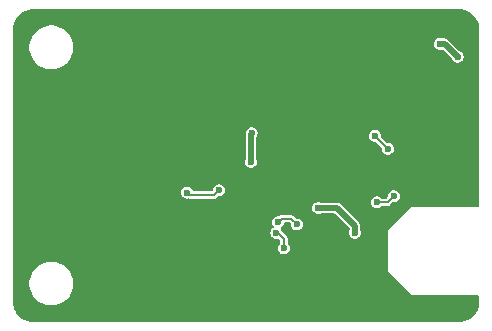
<source format=gbr>
G04 #@! TF.GenerationSoftware,KiCad,Pcbnew,8.0.2*
G04 #@! TF.CreationDate,2024-05-05T20:12:27+02:00*
G04 #@! TF.ProjectId,sensor_board_voc_temp,73656e73-6f72-45f6-926f-6172645f766f,A*
G04 #@! TF.SameCoordinates,Original*
G04 #@! TF.FileFunction,Copper,L2,Bot*
G04 #@! TF.FilePolarity,Positive*
%FSLAX46Y46*%
G04 Gerber Fmt 4.6, Leading zero omitted, Abs format (unit mm)*
G04 Created by KiCad (PCBNEW 8.0.2) date 2024-05-05 20:12:27*
%MOMM*%
%LPD*%
G01*
G04 APERTURE LIST*
G04 #@! TA.AperFunction,ViaPad*
%ADD10C,0.600000*%
G04 #@! TD*
G04 #@! TA.AperFunction,Conductor*
%ADD11C,0.500000*%
G04 #@! TD*
G04 #@! TA.AperFunction,Conductor*
%ADD12C,0.200000*%
G04 #@! TD*
G04 APERTURE END LIST*
D10*
X50471428Y-40767915D03*
X59200000Y-49200000D03*
X60900000Y-41000000D03*
X66400000Y-33200000D03*
X50400000Y-43200000D03*
X67900000Y-34300000D03*
X62000000Y-42100000D03*
X56100000Y-47100000D03*
X48700000Y-45400000D03*
X36000000Y-46000000D03*
X44000000Y-47000000D03*
X41100000Y-48100000D03*
X42200000Y-38900000D03*
X45100000Y-43600000D03*
X44200000Y-38700000D03*
X60500000Y-47800000D03*
X63000000Y-41500000D03*
X40000000Y-43300000D03*
X50600000Y-38900000D03*
X50400000Y-47100000D03*
X63500000Y-40500000D03*
X43900000Y-48400000D03*
X42000000Y-47000000D03*
X46500000Y-47600000D03*
X62700000Y-37000000D03*
X52400000Y-46900000D03*
X47300000Y-47600000D03*
X52400000Y-51400000D03*
X62100000Y-48000000D03*
X43000000Y-47000000D03*
X36000000Y-42000000D03*
X53500000Y-42000000D03*
X59500000Y-42000000D03*
X60000000Y-49500000D03*
X60500000Y-54000000D03*
X40000000Y-42300000D03*
X40500000Y-45000000D03*
X61800000Y-37000000D03*
X36000000Y-43000000D03*
X58500000Y-42000000D03*
X36000000Y-45000000D03*
X36000000Y-44000000D03*
X41100000Y-41900000D03*
X44700000Y-50200000D03*
X54500000Y-42000000D03*
X62000000Y-45200000D03*
X43900000Y-49400000D03*
X54900000Y-47900000D03*
X68000000Y-38000000D03*
X48800000Y-49900000D03*
X46500000Y-44900000D03*
X42000000Y-43000000D03*
X55900000Y-43800000D03*
X67000000Y-38000000D03*
X57000000Y-49000000D03*
X60500000Y-42000000D03*
X41600000Y-45000000D03*
X55500000Y-42000000D03*
X45000000Y-46600000D03*
X63324265Y-46124265D03*
X47800000Y-32100000D03*
X43000000Y-43000000D03*
X44000000Y-43000000D03*
X54300000Y-48500000D03*
X52700000Y-48300000D03*
X52550000Y-49201471D03*
X53200000Y-50500000D03*
X61075735Y-46624265D03*
X62500000Y-46100000D03*
X45000000Y-45800000D03*
X47700000Y-45600000D03*
D11*
X56100000Y-47100000D02*
X57700000Y-47100000D01*
X50400000Y-40839343D02*
X50400000Y-43200000D01*
X66800000Y-33200000D02*
X66400000Y-33200000D01*
D12*
X62000000Y-42100000D02*
X60900000Y-41000000D01*
D11*
X59200000Y-48600000D02*
X59200000Y-49200000D01*
X50471428Y-40767915D02*
X50400000Y-40839343D01*
X57700000Y-47100000D02*
X59200000Y-48600000D01*
X67900000Y-34300000D02*
X66800000Y-33200000D01*
D12*
X53000000Y-48000000D02*
X52700000Y-48300000D01*
X53800000Y-48000000D02*
X53000000Y-48000000D01*
X54300000Y-48500000D02*
X53800000Y-48000000D01*
X53200000Y-49700000D02*
X52701471Y-49201471D01*
X53200000Y-50500000D02*
X53200000Y-49700000D01*
X52701471Y-49201471D02*
X52550000Y-49201471D01*
X61075735Y-46624265D02*
X61975735Y-46624265D01*
X61975735Y-46624265D02*
X62500000Y-46100000D01*
X47300000Y-46000000D02*
X45200000Y-46000000D01*
X47700000Y-45600000D02*
X47300000Y-46000000D01*
X45200000Y-46000000D02*
X45000000Y-45800000D01*
G04 #@! TA.AperFunction,Conductor*
G36*
X68004418Y-30250816D02*
G01*
X68240140Y-30267674D01*
X68257641Y-30270191D01*
X68484229Y-30319482D01*
X68501188Y-30324461D01*
X68638672Y-30375740D01*
X68718462Y-30405501D01*
X68734555Y-30412851D01*
X68938068Y-30523977D01*
X68952951Y-30533542D01*
X69138579Y-30672501D01*
X69151950Y-30684087D01*
X69315912Y-30848049D01*
X69327498Y-30861420D01*
X69466457Y-31047048D01*
X69476022Y-31061931D01*
X69587148Y-31265444D01*
X69594498Y-31281537D01*
X69675535Y-31498803D01*
X69680519Y-31515779D01*
X69729807Y-31742352D01*
X69732325Y-31759864D01*
X69749184Y-31995581D01*
X69749500Y-32004427D01*
X69749500Y-46876000D01*
X69729815Y-46943039D01*
X69677011Y-46988794D01*
X69625500Y-47000000D01*
X68564498Y-47000000D01*
X68558711Y-46999433D01*
X68518329Y-46999479D01*
X68506035Y-46998882D01*
X68474967Y-46995822D01*
X68462815Y-46997019D01*
X68462795Y-46996821D01*
X68444383Y-46999562D01*
X68057737Y-47000000D01*
X63999999Y-47000000D01*
X62000000Y-48999999D01*
X62000000Y-49000000D01*
X62000000Y-52500000D01*
X64000000Y-54500000D01*
X64235504Y-54500000D01*
X64241289Y-54500566D01*
X64250453Y-54500555D01*
X64250455Y-54500556D01*
X64281665Y-54500520D01*
X64293962Y-54501116D01*
X64325033Y-54504178D01*
X64325037Y-54504176D01*
X64337193Y-54502980D01*
X64337212Y-54503179D01*
X64355620Y-54500436D01*
X64742263Y-54500000D01*
X69625500Y-54500000D01*
X69692539Y-54519685D01*
X69738294Y-54572489D01*
X69749500Y-54624000D01*
X69749500Y-54995572D01*
X69749184Y-55004418D01*
X69732325Y-55240135D01*
X69729807Y-55257647D01*
X69680519Y-55484220D01*
X69675535Y-55501196D01*
X69594498Y-55718462D01*
X69587148Y-55734555D01*
X69476022Y-55938068D01*
X69466457Y-55952951D01*
X69327498Y-56138579D01*
X69315912Y-56151950D01*
X69151950Y-56315912D01*
X69138579Y-56327498D01*
X68952951Y-56466457D01*
X68938068Y-56476022D01*
X68734555Y-56587148D01*
X68718462Y-56594498D01*
X68501196Y-56675535D01*
X68484220Y-56680519D01*
X68257647Y-56729807D01*
X68240135Y-56732325D01*
X68004418Y-56749184D01*
X67995572Y-56749500D01*
X32004428Y-56749500D01*
X31995582Y-56749184D01*
X31759864Y-56732325D01*
X31742352Y-56729807D01*
X31515779Y-56680519D01*
X31498803Y-56675535D01*
X31281537Y-56594498D01*
X31265444Y-56587148D01*
X31061931Y-56476022D01*
X31047048Y-56466457D01*
X30861420Y-56327498D01*
X30848049Y-56315912D01*
X30684087Y-56151950D01*
X30672501Y-56138579D01*
X30533542Y-55952951D01*
X30523977Y-55938068D01*
X30412851Y-55734555D01*
X30405501Y-55718462D01*
X30375740Y-55638672D01*
X30324461Y-55501188D01*
X30319482Y-55484229D01*
X30270191Y-55257641D01*
X30267674Y-55240135D01*
X30262173Y-55163224D01*
X30250816Y-55004418D01*
X30250500Y-54995572D01*
X30250500Y-53378711D01*
X31649500Y-53378711D01*
X31649500Y-53621288D01*
X31681161Y-53861785D01*
X31743947Y-54096104D01*
X31836773Y-54320205D01*
X31836776Y-54320212D01*
X31958064Y-54530289D01*
X31958066Y-54530292D01*
X31958067Y-54530293D01*
X32105733Y-54722736D01*
X32105739Y-54722743D01*
X32277256Y-54894260D01*
X32277262Y-54894265D01*
X32469711Y-55041936D01*
X32679788Y-55163224D01*
X32903900Y-55256054D01*
X33138211Y-55318838D01*
X33318586Y-55342584D01*
X33378711Y-55350500D01*
X33378712Y-55350500D01*
X33621289Y-55350500D01*
X33669388Y-55344167D01*
X33861789Y-55318838D01*
X34096100Y-55256054D01*
X34320212Y-55163224D01*
X34530289Y-55041936D01*
X34722738Y-54894265D01*
X34894265Y-54722738D01*
X35041936Y-54530289D01*
X35163224Y-54320212D01*
X35256054Y-54096100D01*
X35318838Y-53861789D01*
X35350500Y-53621288D01*
X35350500Y-53378712D01*
X35318838Y-53138211D01*
X35256054Y-52903900D01*
X35163224Y-52679788D01*
X35041936Y-52469711D01*
X34894265Y-52277262D01*
X34894260Y-52277256D01*
X34722743Y-52105739D01*
X34722736Y-52105733D01*
X34530293Y-51958067D01*
X34530292Y-51958066D01*
X34530289Y-51958064D01*
X34320212Y-51836776D01*
X34320205Y-51836773D01*
X34096104Y-51743947D01*
X33861785Y-51681161D01*
X33621289Y-51649500D01*
X33621288Y-51649500D01*
X33378712Y-51649500D01*
X33378711Y-51649500D01*
X33138214Y-51681161D01*
X32903895Y-51743947D01*
X32679794Y-51836773D01*
X32679785Y-51836777D01*
X32469706Y-51958067D01*
X32277263Y-52105733D01*
X32277256Y-52105739D01*
X32105739Y-52277256D01*
X32105733Y-52277263D01*
X31958067Y-52469706D01*
X31836777Y-52679785D01*
X31836773Y-52679794D01*
X31743947Y-52903895D01*
X31681161Y-53138214D01*
X31649500Y-53378711D01*
X30250500Y-53378711D01*
X30250500Y-49201471D01*
X52044353Y-49201471D01*
X52064834Y-49343927D01*
X52117634Y-49459540D01*
X52124623Y-49474844D01*
X52218872Y-49583614D01*
X52339947Y-49661424D01*
X52339950Y-49661425D01*
X52339949Y-49661425D01*
X52428782Y-49687508D01*
X52473029Y-49700500D01*
X52478036Y-49701970D01*
X52478038Y-49701971D01*
X52478039Y-49701971D01*
X52621961Y-49701971D01*
X52671217Y-49687508D01*
X52741086Y-49687508D01*
X52793833Y-49718804D01*
X52863181Y-49788152D01*
X52896666Y-49849475D01*
X52899500Y-49875833D01*
X52899500Y-50036260D01*
X52879815Y-50103299D01*
X52869213Y-50117462D01*
X52774625Y-50226622D01*
X52774622Y-50226628D01*
X52714834Y-50357543D01*
X52694353Y-50500000D01*
X52714834Y-50642456D01*
X52774622Y-50773371D01*
X52774623Y-50773373D01*
X52868872Y-50882143D01*
X52989947Y-50959953D01*
X52989950Y-50959954D01*
X52989949Y-50959954D01*
X53128036Y-51000499D01*
X53128038Y-51000500D01*
X53128039Y-51000500D01*
X53271962Y-51000500D01*
X53271962Y-51000499D01*
X53410053Y-50959953D01*
X53531128Y-50882143D01*
X53625377Y-50773373D01*
X53685165Y-50642457D01*
X53705647Y-50500000D01*
X53685165Y-50357543D01*
X53625377Y-50226627D01*
X53625375Y-50226625D01*
X53625374Y-50226622D01*
X53530787Y-50117462D01*
X53501762Y-50053906D01*
X53500500Y-50036260D01*
X53500500Y-49660439D01*
X53480020Y-49584009D01*
X53480017Y-49584004D01*
X53440464Y-49515495D01*
X53440458Y-49515487D01*
X53072942Y-49147971D01*
X53039457Y-49086648D01*
X53037885Y-49077934D01*
X53035165Y-49059015D01*
X53034493Y-49057542D01*
X52975377Y-48928098D01*
X52975375Y-48928096D01*
X52975374Y-48928093D01*
X52952140Y-48901280D01*
X52923115Y-48837725D01*
X52933059Y-48768566D01*
X52978811Y-48715764D01*
X53031128Y-48682143D01*
X53125377Y-48573373D01*
X53185165Y-48442457D01*
X53190284Y-48406853D01*
X53219309Y-48343298D01*
X53278087Y-48305523D01*
X53313022Y-48300500D01*
X53624167Y-48300500D01*
X53691206Y-48320185D01*
X53711848Y-48336819D01*
X53760604Y-48385575D01*
X53794089Y-48446898D01*
X53795661Y-48490902D01*
X53794353Y-48499999D01*
X53814834Y-48642456D01*
X53848909Y-48717068D01*
X53874623Y-48773373D01*
X53968872Y-48882143D01*
X54089947Y-48959953D01*
X54089950Y-48959954D01*
X54089949Y-48959954D01*
X54163800Y-48981638D01*
X54226336Y-49000000D01*
X54228036Y-49000499D01*
X54228038Y-49000500D01*
X54228039Y-49000500D01*
X54371962Y-49000500D01*
X54371962Y-49000499D01*
X54510053Y-48959953D01*
X54631128Y-48882143D01*
X54725377Y-48773373D01*
X54785165Y-48642457D01*
X54805647Y-48500000D01*
X54785165Y-48357543D01*
X54725377Y-48226627D01*
X54631128Y-48117857D01*
X54510053Y-48040047D01*
X54510051Y-48040046D01*
X54510049Y-48040045D01*
X54510050Y-48040045D01*
X54371963Y-47999500D01*
X54371961Y-47999500D01*
X54275833Y-47999500D01*
X54208794Y-47979815D01*
X54188152Y-47963181D01*
X53984512Y-47759541D01*
X53984504Y-47759535D01*
X53915995Y-47719982D01*
X53915990Y-47719979D01*
X53890513Y-47713152D01*
X53839562Y-47699500D01*
X52960438Y-47699500D01*
X52922224Y-47709739D01*
X52884009Y-47719979D01*
X52884004Y-47719982D01*
X52815496Y-47759535D01*
X52815487Y-47759541D01*
X52811848Y-47763181D01*
X52750525Y-47796666D01*
X52724167Y-47799500D01*
X52628036Y-47799500D01*
X52489949Y-47840045D01*
X52368873Y-47917856D01*
X52274623Y-48026626D01*
X52274622Y-48026628D01*
X52214834Y-48157543D01*
X52194353Y-48300000D01*
X52214834Y-48442456D01*
X52274622Y-48573371D01*
X52274625Y-48573377D01*
X52297859Y-48600190D01*
X52326884Y-48663746D01*
X52316940Y-48732904D01*
X52271186Y-48785707D01*
X52218874Y-48819326D01*
X52124623Y-48928097D01*
X52124622Y-48928099D01*
X52064834Y-49059014D01*
X52044353Y-49201471D01*
X30250500Y-49201471D01*
X30250500Y-47100000D01*
X55594353Y-47100000D01*
X55614834Y-47242456D01*
X55674622Y-47373371D01*
X55674623Y-47373373D01*
X55768872Y-47482143D01*
X55889947Y-47559953D01*
X55889950Y-47559954D01*
X55889949Y-47559954D01*
X56028036Y-47600499D01*
X56028038Y-47600500D01*
X56028039Y-47600500D01*
X56171962Y-47600500D01*
X56171962Y-47600499D01*
X56224797Y-47584985D01*
X56318563Y-47557455D01*
X56318995Y-47558926D01*
X56357727Y-47550500D01*
X57462035Y-47550500D01*
X57529074Y-47570185D01*
X57549716Y-47586819D01*
X58713181Y-48750284D01*
X58746666Y-48811607D01*
X58749500Y-48837965D01*
X58749500Y-48954663D01*
X58738294Y-49006174D01*
X58714835Y-49057541D01*
X58714834Y-49057542D01*
X58694353Y-49200000D01*
X58714834Y-49342456D01*
X58774622Y-49473371D01*
X58774623Y-49473373D01*
X58868872Y-49582143D01*
X58989947Y-49659953D01*
X58989950Y-49659954D01*
X58989949Y-49659954D01*
X59128036Y-49700499D01*
X59128038Y-49700500D01*
X59128039Y-49700500D01*
X59271962Y-49700500D01*
X59271962Y-49700499D01*
X59405040Y-49661425D01*
X59410050Y-49659954D01*
X59410050Y-49659953D01*
X59410053Y-49659953D01*
X59531128Y-49582143D01*
X59625377Y-49473373D01*
X59685165Y-49342457D01*
X59705647Y-49200000D01*
X59685377Y-49059015D01*
X59685165Y-49057542D01*
X59685164Y-49057541D01*
X59661706Y-49006174D01*
X59650500Y-48954663D01*
X59650500Y-48540693D01*
X59650500Y-48540691D01*
X59619799Y-48426114D01*
X59580209Y-48357543D01*
X59560489Y-48323386D01*
X57976614Y-46739511D01*
X57925250Y-46709856D01*
X57873888Y-46680201D01*
X57861780Y-46676957D01*
X57849673Y-46673713D01*
X57849670Y-46673712D01*
X57811478Y-46663478D01*
X57759309Y-46649500D01*
X57759308Y-46649500D01*
X56357727Y-46649500D01*
X56318995Y-46641073D01*
X56318563Y-46642545D01*
X56256306Y-46624265D01*
X60570088Y-46624265D01*
X60590569Y-46766721D01*
X60617928Y-46826627D01*
X60650358Y-46897638D01*
X60744607Y-47006408D01*
X60865682Y-47084218D01*
X60865685Y-47084219D01*
X60865684Y-47084219D01*
X61003771Y-47124764D01*
X61003773Y-47124765D01*
X61003774Y-47124765D01*
X61147697Y-47124765D01*
X61147697Y-47124764D01*
X61285788Y-47084218D01*
X61406863Y-47006408D01*
X61440523Y-46967561D01*
X61499302Y-46929788D01*
X61534236Y-46924765D01*
X62015295Y-46924765D01*
X62015297Y-46924765D01*
X62091724Y-46904286D01*
X62160246Y-46864725D01*
X62216195Y-46808776D01*
X62388151Y-46636818D01*
X62449474Y-46603334D01*
X62475832Y-46600500D01*
X62571962Y-46600500D01*
X62571962Y-46600499D01*
X62710053Y-46559953D01*
X62831128Y-46482143D01*
X62925377Y-46373373D01*
X62985165Y-46242457D01*
X63005647Y-46100000D01*
X62985165Y-45957543D01*
X62925377Y-45826627D01*
X62831128Y-45717857D01*
X62710053Y-45640047D01*
X62710051Y-45640046D01*
X62710049Y-45640045D01*
X62710050Y-45640045D01*
X62571963Y-45599500D01*
X62571961Y-45599500D01*
X62428039Y-45599500D01*
X62428036Y-45599500D01*
X62289949Y-45640045D01*
X62168873Y-45717856D01*
X62074623Y-45826626D01*
X62074622Y-45826628D01*
X62014834Y-45957543D01*
X61994353Y-46100000D01*
X61995661Y-46109101D01*
X61985714Y-46178259D01*
X61960604Y-46214422D01*
X61887583Y-46287445D01*
X61826261Y-46320931D01*
X61799901Y-46323765D01*
X61534236Y-46323765D01*
X61467197Y-46304080D01*
X61440523Y-46280968D01*
X61406863Y-46242122D01*
X61285788Y-46164312D01*
X61285786Y-46164311D01*
X61285784Y-46164310D01*
X61285785Y-46164310D01*
X61147698Y-46123765D01*
X61147696Y-46123765D01*
X61003774Y-46123765D01*
X61003771Y-46123765D01*
X60865684Y-46164310D01*
X60744608Y-46242121D01*
X60650358Y-46350891D01*
X60650357Y-46350893D01*
X60590569Y-46481808D01*
X60570088Y-46624265D01*
X56256306Y-46624265D01*
X56171963Y-46599500D01*
X56171961Y-46599500D01*
X56028039Y-46599500D01*
X56028036Y-46599500D01*
X55889949Y-46640045D01*
X55768873Y-46717856D01*
X55674623Y-46826626D01*
X55674622Y-46826628D01*
X55614834Y-46957543D01*
X55594353Y-47100000D01*
X30250500Y-47100000D01*
X30250500Y-45800000D01*
X44494353Y-45800000D01*
X44514834Y-45942456D01*
X44532959Y-45982143D01*
X44574623Y-46073373D01*
X44668872Y-46182143D01*
X44789947Y-46259953D01*
X44789950Y-46259954D01*
X44789949Y-46259954D01*
X44897107Y-46291417D01*
X44919228Y-46297913D01*
X44928036Y-46300499D01*
X44928038Y-46300500D01*
X44928039Y-46300500D01*
X45071961Y-46300500D01*
X45080771Y-46297912D01*
X45147801Y-46297114D01*
X45160438Y-46300500D01*
X45160441Y-46300500D01*
X47339560Y-46300500D01*
X47339562Y-46300500D01*
X47415989Y-46280021D01*
X47484511Y-46240460D01*
X47540460Y-46184511D01*
X47561924Y-46163046D01*
X47588152Y-46136819D01*
X47649475Y-46103334D01*
X47675833Y-46100500D01*
X47771962Y-46100500D01*
X47771962Y-46100499D01*
X47910053Y-46059953D01*
X48031128Y-45982143D01*
X48125377Y-45873373D01*
X48185165Y-45742457D01*
X48205647Y-45600000D01*
X48185165Y-45457543D01*
X48125377Y-45326627D01*
X48031128Y-45217857D01*
X47910053Y-45140047D01*
X47910051Y-45140046D01*
X47910049Y-45140045D01*
X47910050Y-45140045D01*
X47771963Y-45099500D01*
X47771961Y-45099500D01*
X47628039Y-45099500D01*
X47628036Y-45099500D01*
X47489949Y-45140045D01*
X47368873Y-45217856D01*
X47274623Y-45326626D01*
X47274622Y-45326628D01*
X47214834Y-45457543D01*
X47195338Y-45593147D01*
X47166313Y-45656703D01*
X47107535Y-45694477D01*
X47072600Y-45699500D01*
X45584016Y-45699500D01*
X45516977Y-45679815D01*
X45471222Y-45627012D01*
X45425377Y-45526628D01*
X45425376Y-45526626D01*
X45331128Y-45417857D01*
X45210053Y-45340047D01*
X45210051Y-45340046D01*
X45210049Y-45340045D01*
X45210050Y-45340045D01*
X45071963Y-45299500D01*
X45071961Y-45299500D01*
X44928039Y-45299500D01*
X44928036Y-45299500D01*
X44789949Y-45340045D01*
X44668873Y-45417856D01*
X44574623Y-45526626D01*
X44574622Y-45526628D01*
X44514834Y-45657543D01*
X44494353Y-45800000D01*
X30250500Y-45800000D01*
X30250500Y-43200000D01*
X49894353Y-43200000D01*
X49914834Y-43342456D01*
X49974622Y-43473371D01*
X49974623Y-43473373D01*
X50068872Y-43582143D01*
X50189947Y-43659953D01*
X50189950Y-43659954D01*
X50189949Y-43659954D01*
X50328036Y-43700499D01*
X50328038Y-43700500D01*
X50328039Y-43700500D01*
X50471962Y-43700500D01*
X50471962Y-43700499D01*
X50610053Y-43659953D01*
X50731128Y-43582143D01*
X50825377Y-43473373D01*
X50885165Y-43342457D01*
X50905647Y-43200000D01*
X50885165Y-43057543D01*
X50882484Y-43051673D01*
X50861706Y-43006174D01*
X50850500Y-42954663D01*
X50850500Y-41140976D01*
X50870185Y-41073937D01*
X50880784Y-41059776D01*
X50896805Y-41041288D01*
X50915661Y-41000000D01*
X60394353Y-41000000D01*
X60414834Y-41142456D01*
X60474622Y-41273371D01*
X60474623Y-41273373D01*
X60568872Y-41382143D01*
X60689947Y-41459953D01*
X60689950Y-41459954D01*
X60689949Y-41459954D01*
X60797107Y-41491417D01*
X60825280Y-41499690D01*
X60828036Y-41500499D01*
X60828038Y-41500500D01*
X60924167Y-41500500D01*
X60991206Y-41520185D01*
X61011848Y-41536819D01*
X61460604Y-41985575D01*
X61494089Y-42046898D01*
X61495661Y-42090902D01*
X61494353Y-42099999D01*
X61514834Y-42242456D01*
X61574622Y-42373371D01*
X61574623Y-42373373D01*
X61668872Y-42482143D01*
X61789947Y-42559953D01*
X61789950Y-42559954D01*
X61789949Y-42559954D01*
X61928036Y-42600499D01*
X61928038Y-42600500D01*
X61928039Y-42600500D01*
X62071962Y-42600500D01*
X62071962Y-42600499D01*
X62210053Y-42559953D01*
X62331128Y-42482143D01*
X62425377Y-42373373D01*
X62485165Y-42242457D01*
X62505647Y-42100000D01*
X62485165Y-41957543D01*
X62425377Y-41826627D01*
X62331128Y-41717857D01*
X62210053Y-41640047D01*
X62210051Y-41640046D01*
X62210049Y-41640045D01*
X62210050Y-41640045D01*
X62071963Y-41599500D01*
X62071961Y-41599500D01*
X61975833Y-41599500D01*
X61908794Y-41579815D01*
X61888152Y-41563181D01*
X61439395Y-41114424D01*
X61405910Y-41053101D01*
X61404339Y-41009094D01*
X61405647Y-41000000D01*
X61385165Y-40857543D01*
X61325377Y-40726627D01*
X61231128Y-40617857D01*
X61110053Y-40540047D01*
X61110051Y-40540046D01*
X61110049Y-40540045D01*
X61110050Y-40540045D01*
X60971963Y-40499500D01*
X60971961Y-40499500D01*
X60828039Y-40499500D01*
X60828036Y-40499500D01*
X60689949Y-40540045D01*
X60568873Y-40617856D01*
X60474623Y-40726626D01*
X60474622Y-40726628D01*
X60414834Y-40857543D01*
X60394353Y-41000000D01*
X50915661Y-41000000D01*
X50956593Y-40910372D01*
X50977075Y-40767915D01*
X50956593Y-40625458D01*
X50896805Y-40494542D01*
X50802556Y-40385772D01*
X50681481Y-40307962D01*
X50681479Y-40307961D01*
X50681477Y-40307960D01*
X50681478Y-40307960D01*
X50543391Y-40267415D01*
X50543389Y-40267415D01*
X50399467Y-40267415D01*
X50399464Y-40267415D01*
X50261377Y-40307960D01*
X50140301Y-40385771D01*
X50046051Y-40494541D01*
X50046050Y-40494543D01*
X49986264Y-40625453D01*
X49986262Y-40625461D01*
X49981921Y-40655648D01*
X49978959Y-40670086D01*
X49949500Y-40780032D01*
X49949500Y-42954663D01*
X49938294Y-43006174D01*
X49914835Y-43057541D01*
X49914834Y-43057542D01*
X49894353Y-43200000D01*
X30250500Y-43200000D01*
X30250500Y-33378711D01*
X31649500Y-33378711D01*
X31649500Y-33621288D01*
X31681161Y-33861785D01*
X31743947Y-34096104D01*
X31769396Y-34157543D01*
X31836776Y-34320212D01*
X31958064Y-34530289D01*
X31958066Y-34530292D01*
X31958067Y-34530293D01*
X32105733Y-34722736D01*
X32105739Y-34722743D01*
X32277256Y-34894260D01*
X32277262Y-34894265D01*
X32469711Y-35041936D01*
X32679788Y-35163224D01*
X32903900Y-35256054D01*
X33138211Y-35318838D01*
X33318586Y-35342584D01*
X33378711Y-35350500D01*
X33378712Y-35350500D01*
X33621289Y-35350500D01*
X33669388Y-35344167D01*
X33861789Y-35318838D01*
X34096100Y-35256054D01*
X34320212Y-35163224D01*
X34530289Y-35041936D01*
X34722738Y-34894265D01*
X34894265Y-34722738D01*
X35041936Y-34530289D01*
X35163224Y-34320212D01*
X35256054Y-34096100D01*
X35318838Y-33861789D01*
X35350500Y-33621288D01*
X35350500Y-33378712D01*
X35326973Y-33200000D01*
X65894353Y-33200000D01*
X65914834Y-33342456D01*
X65931392Y-33378712D01*
X65974623Y-33473373D01*
X66068872Y-33582143D01*
X66189947Y-33659953D01*
X66189950Y-33659954D01*
X66189949Y-33659954D01*
X66328036Y-33700499D01*
X66328038Y-33700500D01*
X66328039Y-33700500D01*
X66471961Y-33700500D01*
X66549353Y-33677776D01*
X66619223Y-33677776D01*
X66671969Y-33709072D01*
X67406984Y-34444087D01*
X67432097Y-34480256D01*
X67474623Y-34573373D01*
X67568872Y-34682143D01*
X67689947Y-34759953D01*
X67689950Y-34759954D01*
X67689949Y-34759954D01*
X67828036Y-34800499D01*
X67828038Y-34800500D01*
X67828039Y-34800500D01*
X67971962Y-34800500D01*
X67971962Y-34800499D01*
X68110053Y-34759953D01*
X68231128Y-34682143D01*
X68325377Y-34573373D01*
X68385165Y-34442457D01*
X68405647Y-34300000D01*
X68385165Y-34157543D01*
X68325377Y-34026627D01*
X68231128Y-33917857D01*
X68177373Y-33883311D01*
X68110052Y-33840046D01*
X68093836Y-33835285D01*
X68041092Y-33803989D01*
X67076616Y-32839513D01*
X67076614Y-32839511D01*
X67025250Y-32809856D01*
X66973888Y-32780201D01*
X66961780Y-32776957D01*
X66949673Y-32773713D01*
X66949670Y-32773712D01*
X66911478Y-32763478D01*
X66859309Y-32749500D01*
X66859308Y-32749500D01*
X66657727Y-32749500D01*
X66618995Y-32741073D01*
X66618563Y-32742545D01*
X66471963Y-32699500D01*
X66471961Y-32699500D01*
X66328039Y-32699500D01*
X66328036Y-32699500D01*
X66189949Y-32740045D01*
X66068873Y-32817856D01*
X65974623Y-32926626D01*
X65974622Y-32926628D01*
X65914834Y-33057543D01*
X65894353Y-33200000D01*
X35326973Y-33200000D01*
X35318838Y-33138211D01*
X35256054Y-32903900D01*
X35163224Y-32679788D01*
X35041936Y-32469711D01*
X34894265Y-32277262D01*
X34894260Y-32277256D01*
X34722743Y-32105739D01*
X34722736Y-32105733D01*
X34530293Y-31958067D01*
X34530292Y-31958066D01*
X34530289Y-31958064D01*
X34320212Y-31836776D01*
X34320205Y-31836773D01*
X34096104Y-31743947D01*
X33861785Y-31681161D01*
X33621289Y-31649500D01*
X33621288Y-31649500D01*
X33378712Y-31649500D01*
X33378711Y-31649500D01*
X33138214Y-31681161D01*
X32903895Y-31743947D01*
X32679794Y-31836773D01*
X32679785Y-31836777D01*
X32469706Y-31958067D01*
X32277263Y-32105733D01*
X32277256Y-32105739D01*
X32105739Y-32277256D01*
X32105733Y-32277263D01*
X31958067Y-32469706D01*
X31836777Y-32679785D01*
X31836773Y-32679794D01*
X31743947Y-32903895D01*
X31681161Y-33138214D01*
X31649500Y-33378711D01*
X30250500Y-33378711D01*
X30250500Y-32004427D01*
X30250816Y-31995581D01*
X30260236Y-31863870D01*
X30267674Y-31759857D01*
X30270190Y-31742360D01*
X30319483Y-31515766D01*
X30324460Y-31498815D01*
X30405501Y-31281536D01*
X30412851Y-31265444D01*
X30517017Y-31074678D01*
X30523981Y-31061923D01*
X30533537Y-31047054D01*
X30672506Y-30861413D01*
X30684080Y-30848056D01*
X30848056Y-30684080D01*
X30861413Y-30672506D01*
X31047054Y-30533537D01*
X31061923Y-30523981D01*
X31265444Y-30412850D01*
X31281537Y-30405501D01*
X31498815Y-30324460D01*
X31515766Y-30319483D01*
X31742360Y-30270190D01*
X31759857Y-30267674D01*
X31995582Y-30250816D01*
X32004428Y-30250500D01*
X32044170Y-30250500D01*
X67955830Y-30250500D01*
X67995572Y-30250500D01*
X68004418Y-30250816D01*
G37*
G04 #@! TD.AperFunction*
M02*

</source>
